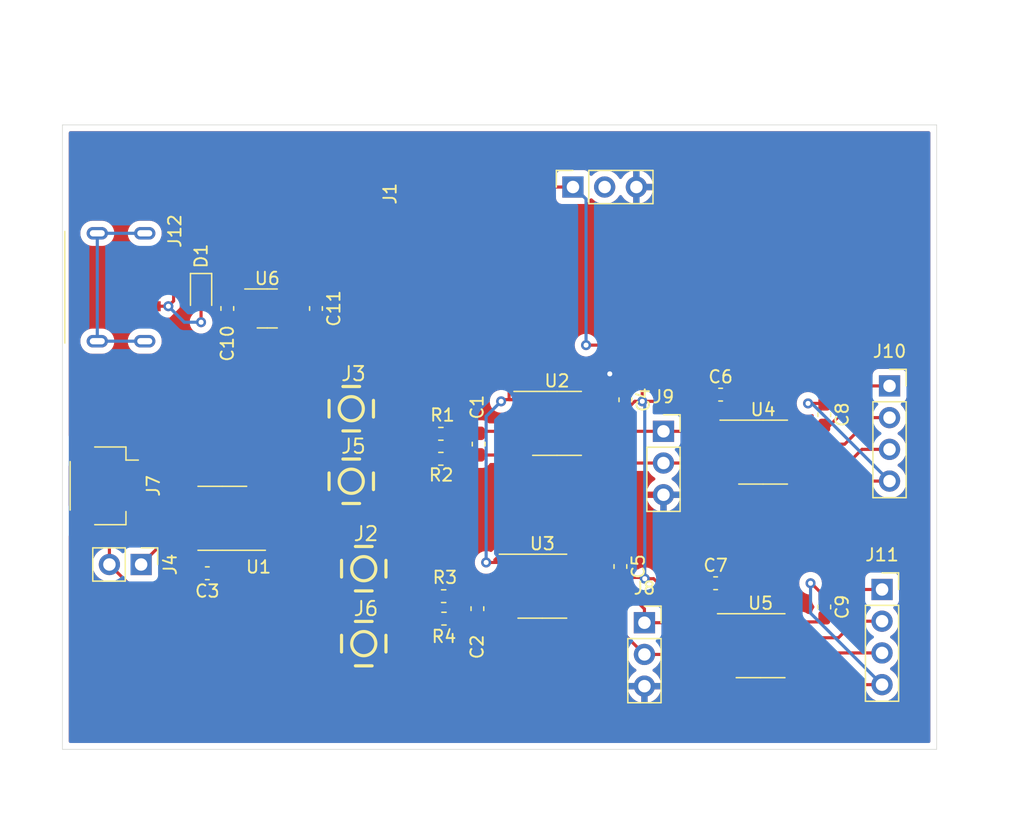
<source format=kicad_pcb>
(kicad_pcb (version 20211014) (generator pcbnew)
  (layers (0 "F.Cu" signal) (31 "B.Cu" signal) (34 "B.Paste" user) (35 "F.Paste" user) (36 "B.SilkS" user "B.Silkscreen") (37 "F.SilkS" user "F.Silkscreen") (38 "B.Mask" user) (39 "F.Mask" user) (44 "Edge.Cuts" user))
  (net 0 "")
  (net 1 "GND")
  (net 2 "+3V3")
  (net 4 "Net-(C1-Pad2)")
  (net 5 "Net-(C1-Pad1)")
  (net 6 "Net-(C2-Pad2)")
  (net 7 "Net-(C2-Pad1)")
  (net 8 "Net-(C3-Pad2)")
  (net 9 "Net-(J4-Pad1)")
  (net 10 "Net-(J2-Pad1)")
  (net 11 "Net-(J5-Pad1)")
  (net 12 "Net-(J3-Pad1)")
  (net 13 "/vref")
  (net 14 "Net-(D1-Pad2)")
  (net 15 "Net-(J8-Pad1)")
  (net 16 "Net-(J8-Pad2)")
  (net 17 "Net-(J9-Pad2)")
  (net 18 "Net-(J10-Pad2)")
  (net 19 "Net-(J10-Pad3)")
  (net 21 "Net-(C8-Pad2)")
  (net 22 "Net-(C9-Pad2)")
  (net 23 "Net-(C10-Pad1)")
  (net 24 "Net-(C8-Pad1)")
  (net 25 "Net-(C9-Pad1)")
  (net 26 "Net-(J6-Pad1)")
  (net 27 "Net-(J7-Pad3)")
  (net 28 "Net-(J7-Pad4)")
  (net 29 "Net-(J9-Pad1)")
  (net 30 "Net-(J11-Pad2)")
  (net 31 "Net-(J11-Pad3)")
  (net 32 "unconnected-(J12-Pad0)")
  (footprint "Capacitor_SMD:C_0603_1608Metric_Pad1.08x0.95mm_HandSolder" (layer "F.Cu") (at 143.324999 75.559999 90)
    (fp_text reference "C1" (at 2.959999 -0.124999 90) (layer "F.SilkS"))
    (fp_text value "100nF")
    (fp_line (start -0.146267 -0.51) (end 0.146267 -0.51) (layer "F.SilkS") (width 0.12))
    (fp_line (start -0.146267 0.51) (end 0.146267 0.51) (layer "F.SilkS") (width 0.12))
    (pad "1" smd roundrect (at -0.8625 0 90) (size 1.075 0.95) (layers "F.Cu" "F.Paste" "F.Mask") (net 5 "Net-(C1-Pad1)"))
    (pad "2" smd roundrect (at 0.8625 0 90) (size 1.075 0.95) (layers "F.Cu" "F.Paste" "F.Mask") (net 4 "Net-(C1-Pad2)"))
  )
  (footprint "Capacitor_SMD:C_0603_1608Metric_Pad1.08x0.95mm_HandSolder" (layer "F.Cu") (at 143.224999 88.734999 90)
    (fp_text reference "C2" (at -3.065001 -0.024999 90) (layer "F.SilkS"))
    (fp_text value "100nF")
    (fp_line (start -0.146267 -0.51) (end 0.146267 -0.51) (layer "F.SilkS") (width 0.12))
    (fp_line (start -0.146267 0.51) (end 0.146267 0.51) (layer "F.SilkS") (width 0.12))
    (pad "1" smd roundrect (at -0.8625 0 90) (size 1.075 0.95) (layers "F.Cu" "F.Paste" "F.Mask") (net 7 "Net-(C2-Pad1)"))
    (pad "2" smd roundrect (at 0.8625 0 90) (size 1.075 0.95) (layers "F.Cu" "F.Paste" "F.Mask") (net 6 "Net-(C2-Pad2)"))
  )
  (footprint "Capacitor_SMD:C_0603_1608Metric_Pad1.08x0.95mm_HandSolder" (layer "F.Cu") (at 155.074999 72.009999 -90)
    (fp_text reference "C4" (at 0 -1.43 -90) (layer "F.SilkS"))
    (fp_text value "100nF")
    (fp_line (start -0.146267 0.51) (end 0.146267 0.51) (layer "F.SilkS") (width 0.12))
    (fp_line (start -0.146267 -0.51) (end 0.146267 -0.51) (layer "F.SilkS") (width 0.12))
    (pad "1" smd roundrect (at -0.8625 0 270) (size 1.075 0.95) (layers "F.Cu" "F.Paste" "F.Mask") (net 1 "GND"))
    (pad "2" smd roundrect (at 0.8625 0 270) (size 1.075 0.95) (layers "F.Cu" "F.Paste" "F.Mask") (net 2 "+3V3"))
  )
  (footprint "Capacitor_SMD:C_0603_1608Metric_Pad1.08x0.95mm_HandSolder" (layer "F.Cu") (at 154.674999 85.359999 -90)
    (fp_text reference "C5" (at 0 -1.43 -90) (layer "F.SilkS"))
    (fp_text value "100nF")
    (fp_line (start -0.146267 -0.51) (end 0.146267 -0.51) (layer "F.SilkS") (width 0.12))
    (fp_line (start -0.146267 0.51) (end 0.146267 0.51) (layer "F.SilkS") (width 0.12))
    (pad "1" smd roundrect (at -0.8625 0 270) (size 1.075 0.95) (layers "F.Cu" "F.Paste" "F.Mask") (net 1 "GND"))
    (pad "2" smd roundrect (at 0.8625 0 270) (size 1.075 0.95) (layers "F.Cu" "F.Paste" "F.Mask") (net 2 "+3V3"))
  )
  (footprint "Connector_PinSocket_2.54mm:PinSocket_1x03_P2.54mm_Vertical" (layer "F.Cu") (at 150.875 54.975 90)
    (fp_text reference "J1" (at -0.534999 -14.645001 90) (layer "F.SilkS"))
    (fp_text value "Conn_01x03_Female")
    (fp_line (start 1.33 -1.33) (end 1.33 0) (layer "F.SilkS") (width 0.12))
    (fp_line (start -1.33 1.27) (end 1.33 1.27) (layer "F.SilkS") (width 0.12))
    (fp_line (start -1.33 6.41) (end 1.33 6.41) (layer "F.SilkS") (width 0.12))
    (fp_line (start -1.33 1.27) (end -1.33 6.41) (layer "F.SilkS") (width 0.12))
    (fp_line (start 0 -1.33) (end 1.33 -1.33) (layer "F.SilkS") (width 0.12))
    (fp_line (start 1.33 1.27) (end 1.33 6.41) (layer "F.SilkS") (width 0.12))
    (pad "1" thru_hole rect locked (at 0 0 90) (size 1.7 1.7) (drill 1) (layers *.Cu *.Mask) (net 2 "+3V3"))
    (pad "2" thru_hole oval locked (at 0 2.54 90) (size 1.7 1.7) (drill 1) (layers *.Cu *.Mask))
    (pad "3" thru_hole oval locked (at 0 5.08 90) (size 1.7 1.7) (drill 1) (layers *.Cu *.Mask) (net 1 "GND"))
  )
  (footprint "Connector_PinSocket_2.54mm:PinSocket_1x03_P2.54mm_Vertical" (layer "F.Cu") (at 156.6 89.86)
    (fp_text reference "J8" (at 0 -2.77) (layer "F.SilkS"))
    (fp_text value "Conn_01x03_Female")
    (fp_line (start 0 -1.33) (end 1.33 -1.33) (layer "F.SilkS") (width 0.12))
    (fp_line (start 1.33 1.27) (end 1.33 6.41) (layer "F.SilkS") (width 0.12))
    (fp_line (start 1.33 -1.33) (end 1.33 0) (layer "F.SilkS") (width 0.12))
    (fp_line (start -1.33 1.27) (end -1.33 6.41) (layer "F.SilkS") (width 0.12))
    (fp_line (start -1.33 1.27) (end 1.33 1.27) (layer "F.SilkS") (width 0.12))
    (fp_line (start -1.33 6.41) (end 1.33 6.41) (layer "F.SilkS") (width 0.12))
    (pad "1" thru_hole rect locked (at 0 0) (size 1.7 1.7) (drill 1) (layers *.Cu *.Mask) (net 15 "Net-(J8-Pad1)"))
    (pad "2" thru_hole oval locked (at 0 2.54) (size 1.7 1.7) (drill 1) (layers *.Cu *.Mask) (net 16 "Net-(J8-Pad2)"))
    (pad "3" thru_hole oval locked (at 0 5.08) (size 1.7 1.7) (drill 1) (layers *.Cu *.Mask) (net 1 "GND"))
  )
  (footprint "Connector_PinSocket_2.54mm:PinSocket_1x03_P2.54mm_Vertical" (layer "F.Cu") (at 158.124999 74.534999)
    (fp_text reference "J9" (at 0 -2.77) (layer "F.SilkS"))
    (fp_text value "Conn_01x03_Female")
    (fp_line (start 1.33 -1.33) (end 1.33 0) (layer "F.SilkS") (width 0.12))
    (fp_line (start -1.33 1.27) (end -1.33 6.41) (layer "F.SilkS") (width 0.12))
    (fp_line (start 1.33 1.27) (end 1.33 6.41) (layer "F.SilkS") (width 0.12))
    (fp_line (start -1.33 1.27) (end 1.33 1.27) (layer "F.SilkS") (width 0.12))
    (fp_line (start 0 -1.33) (end 1.33 -1.33) (layer "F.SilkS") (width 0.12))
    (fp_line (start -1.33 6.41) (end 1.33 6.41) (layer "F.SilkS") (width 0.12))
    (pad "1" thru_hole rect locked (at 0 0) (size 1.7 1.7) (drill 1) (layers *.Cu *.Mask) (net 29 "Net-(J9-Pad1)"))
    (pad "2" thru_hole oval locked (at 0 2.54) (size 1.7 1.7) (drill 1) (layers *.Cu *.Mask) (net 17 "Net-(J9-Pad2)"))
    (pad "3" thru_hole oval locked (at 0 5.08) (size 1.7 1.7) (drill 1) (layers *.Cu *.Mask) (net 1 "GND"))
  )
  (footprint "Resistor_SMD:R_0603_1608Metric_Pad1.05x0.95mm_HandSolder" (layer "F.Cu") (at 140.299999 76.734999 180)
    (fp_text reference "R2" (at -0.025 -1.3) (layer "F.SilkS"))
    (fp_text value "100")
    (fp_line (start -0.171267 -0.51) (end 0.171267 -0.51) (layer "F.SilkS") (width 0.12))
    (fp_line (start -0.171267 0.51) (end 0.171267 0.51) (layer "F.SilkS") (width 0.12))
    (pad "1" smd roundrect locked (at -0.875 0 180) (size 1.05 0.95) (layers "F.Cu" "F.Paste" "F.Mask") (net 5 "Net-(C1-Pad1)"))
    (pad "2" smd roundrect locked (at 0.875 0 180) (size 1.05 0.95) (layers "F.Cu" "F.Paste" "F.Mask") (net 11 "Net-(J5-Pad1)"))
  )
  (footprint "Resistor_SMD:R_0603_1608Metric_Pad1.05x0.95mm_HandSolder" (layer "F.Cu") (at 140.524999 87.734999 180)
    (fp_text reference "R3" (at -0.1 1.5) (layer "F.SilkS"))
    (fp_text value "100")
    (fp_line (start -0.171267 0.51) (end 0.171267 0.51) (layer "F.SilkS") (width 0.12))
    (fp_line (start -0.171267 -0.51) (end 0.171267 -0.51) (layer "F.SilkS") (width 0.12))
    (pad "1" smd roundrect locked (at -0.875 0 180) (size 1.05 0.95) (layers "F.Cu" "F.Paste" "F.Mask") (net 6 "Net-(C2-Pad2)"))
    (pad "2" smd roundrect locked (at 0.875 0 180) (size 1.05 0.95) (layers "F.Cu" "F.Paste" "F.Mask") (net 10 "Net-(J2-Pad1)"))
  )
  (footprint "Resistor_SMD:R_0603_1608Metric_Pad1.05x0.95mm_HandSolder" (layer "F.Cu") (at 140.549999 89.534999 180)
    (fp_text reference "R4" (at 0 -1.43) (layer "F.SilkS"))
    (fp_text value "100")
    (fp_line (start -0.171267 -0.51) (end 0.171267 -0.51) (layer "F.SilkS") (width 0.12))
    (fp_line (start -0.171267 0.51) (end 0.171267 0.51) (layer "F.SilkS") (width 0.12))
    (pad "1" smd roundrect locked (at -0.875 0 180) (size 1.05 0.95) (layers "F.Cu" "F.Paste" "F.Mask") (net 7 "Net-(C2-Pad1)"))
    (pad "2" smd roundrect locked (at 0.875 0 180) (size 1.05 0.95) (layers "F.Cu" "F.Paste" "F.Mask") (net 26 "Net-(J6-Pad1)"))
  )
  (footprint "Package_SO:SOP-8_3.9x4.9mm_P1.27mm" (layer "F.Cu") (at 149.599999 73.899999)
    (fp_text reference "U2" (at 0 -3.4) (layer "F.SilkS"))
    (fp_text value "HX710B")
    (fp_line (start 0 -2.56) (end 1.95 -2.56) (layer "F.SilkS") (width 0.12))
    (fp_line (start 0 2.56) (end 1.95 2.56) (layer "F.SilkS") (width 0.12))
    (fp_line (start 0 -2.56) (end -3.45 -2.56) (layer "F.SilkS") (width 0.12))
    (fp_line (start 0 2.56) (end -1.95 2.56) (layer "F.SilkS") (width 0.12))
    (pad "1" smd roundrect locked (at -2.625 -1.905) (size 1.65 0.6) (layers "F.Cu" "F.Paste" "F.Mask") (net 13 "/vref"))
    (pad "2" smd roundrect locked (at -2.625 -0.635) (size 1.65 0.6) (layers "F.Cu" "F.Paste" "F.Mask") (net 1 "GND"))
    (pad "3" smd roundrect locked (at -2.625 0.635) (size 1.65 0.6) (layers "F.Cu" "F.Paste" "F.Mask") (net 4 "Net-(C1-Pad2)"))
    (pad "4" smd roundrect locked (at -2.625 1.905) (size 1.65 0.6) (layers "F.Cu" "F.Paste" "F.Mask") (net 5 "Net-(C1-Pad1)"))
    (pad "5" smd roundrect locked (at 2.625 1.905) (size 1.65 0.6) (layers "F.Cu" "F.Paste" "F.Mask") (net 17 "Net-(J9-Pad2)"))
    (pad "6" smd roundrect locked (at 2.625 0.635) (size 1.65 0.6) (layers "F.Cu" "F.Paste" "F.Mask") (net 29 "Net-(J9-Pad1)"))
    (pad "7" smd roundrect locked (at 2.625 -0.635) (size 1.65 0.6) (layers "F.Cu" "F.Paste" "F.Mask") (net 2 "+3V3"))
    (pad "8" smd roundrect locked (at 2.625 -1.905) (size 1.65 0.6) (layers "F.Cu" "F.Paste" "F.Mask") (net 13 "/vref"))
  )
  (footprint "Package_SO:SOP-8_3.9x4.9mm_P1.27mm" (layer "F.Cu") (at 148.424999 86.934999)
    (fp_text reference "U3" (at 0 -3.4) (layer "F.SilkS"))
    (fp_text value "HX710C")
    (fp_line (start 0 2.56) (end -1.95 2.56) (layer "F.SilkS") (width 0.12))
    (fp_line (start 0 -2.56) (end -3.45 -2.56) (layer "F.SilkS") (width 0.12))
    (fp_line (start 0 -2.56) (end 1.95 -2.56) (layer "F.SilkS") (width 0.12))
    (fp_line (start 0 2.56) (end 1.95 2.56) (layer "F.SilkS") (width 0.12))
    (pad "1" smd roundrect locked (at -2.625 -1.905) (size 1.65 0.6) (layers "F.Cu" "F.Paste" "F.Mask") (net 13 "/vref"))
    (pad "2" smd roundrect locked (at -2.625 -0.635) (size 1.65 0.6) (layers "F.Cu" "F.Paste" "F.Mask") (net 1 "GND"))
    (pad "3" smd roundrect locked (at -2.625 0.635) (size 1.65 0.6) (layers "F.Cu" "F.Paste" "F.Mask") (net 6 "Net-(C2-Pad2)"))
    (pad "4" smd roundrect locked (at -2.625 1.905) (size 1.65 0.6) (layers "F.Cu" "F.Paste" "F.Mask") (net 7 "Net-(C2-Pad1)"))
    (pad "5" smd roundrect locked (at 2.625 1.905) (size 1.65 0.6) (layers "F.Cu" "F.Paste" "F.Mask") (net 16 "Net-(J8-Pad2)"))
    (pad "6" smd roundrect locked (at 2.625 0.635) (size 1.65 0.6) (layers "F.Cu" "F.Paste" "F.Mask") (net 15 "Net-(J8-Pad1)"))
    (pad "7" smd roundrect locked (at 2.625 -0.635) (size 1.65 0.6) (layers "F.Cu" "F.Paste" "F.Mask") (net 2 "+3V3"))
    (pad "8" smd roundrect locked (at 2.625 -1.905) (size 1.65 0.6) (layers "F.Cu" "F.Paste" "F.Mask") (net 13 "/vref"))
  )
  (footprint "Resistor_SMD:R_0603_1608Metric_Pad1.05x0.95mm_HandSolder" (layer "F.Cu") (at 140.299999 74.734999 180)
    (fp_text reference "R1" (at -0.125 1.5) (layer "F.SilkS"))
    (fp_text value "100")
    (fp_line (start -0.171267 -0.51) (end 0.171267 -0.51) (layer "F.SilkS") (width 0.12))
    (fp_line (start -0.171267 0.51) (end 0.171267 0.51) (layer "F.SilkS") (width 0.12))
    (pad "1" smd roundrect locked (at -0.875 0 180) (size 1.05 0.95) (layers "F.Cu" "F.Paste" "F.Mask") (net 4 "Net-(C1-Pad2)"))
    (pad "2" smd roundrect locked (at 0.875 0 180) (size 1.05 0.95) (layers "F.Cu" "F.Paste" "F.Mask") (net 12 "Net-(J3-Pad1)"))
  )
  (footprint "Capacitor_SMD:C_0603_1608Metric_Pad1.08x0.95mm_HandSolder" (layer "F.Cu") (at 162.3 86.7)
    (fp_text reference "C7" (at 0 -1.43) (layer "F.SilkS"))
    (fp_text value "100nF")
    (fp_line (start -0.146267 -0.51) (end 0.146267 -0.51) (layer "F.SilkS") (width 0.12))
    (fp_line (start -0.146267 0.51) (end 0.146267 0.51) (layer "F.SilkS") (width 0.12))
    (pad "1" smd roundrect (at -0.8625 0) (size 1.075 0.95) (layers "F.Cu" "F.Paste" "F.Mask") (net 1 "GND"))
    (pad "2" smd roundrect (at 0.8625 0) (size 1.075 0.95) (layers "F.Cu" "F.Paste" "F.Mask") (net 2 "+3V3"))
  )
  (footprint "0my_footprints6:my_HRO-TYPE-C-31-M-17" (layer "F.Cu") (at 117.57 63 -90)
    (fp_text reference "J12" (at -4.5 -1.43 90) (layer "F.SilkS"))
    (fp_text value "USB-C")
    (fp_line (start 4.47 7.38) (end -4.47 7.38) (layer "F.SilkS") (width 0.12))
    (pad "0" thru_hole oval (at 4.32 4.78 270) (size 1 1.7) (drill oval 0.5 1.2) (layers *.Cu *.Mask) (net 32 "unconnected-(J12-Pad0)"))
    (pad "0" thru_hole oval (at 4.32 0.98 270) (size 1 1.7) (drill oval 0.5 1.2) (layers *.Cu *.Mask) (net 32 "unconnected-(J12-Pad0)"))
    (pad "0" thru_hole oval (at -4.32 4.78 270) (size 1 1.7) (drill oval 0.5 1.2) (layers *.Cu *.Mask) (net 32 "unconnected-(J12-Pad0)"))
    (pad "0" thru_hole oval (at -4.32 0.98 270) (size 1 1.7) (drill oval 0.5 1.2) (layers *.Cu *.Mask) (net 32 "unconnected-(J12-Pad0)"))
    (pad "A5" smd rect (at -0.5 0.5 270) (size 0.8 1.6) (layers "F.Cu" "F.Paste" "F.Mask"))
    (pad "A9" smd rect (at 1.52 0.5 270) (size 0.8 1.6) (layers "F.Cu" "F.Paste" "F.Mask") (net 14 "Net-(D1-Pad2)"))
    (pad "A12" smd rect (at 2.75 0.5 270) (size 0.9 1.6) (layers "F.Cu" "F.Paste" "F.Mask") (net 1 "GND"))
    (pad "B5" smd rect (at 0.5 0.5 270) (size 0.8 1.6) (layers "F.Cu" "F.Paste" "F.Mask"))
    (pad "B9" smd rect (at -1.52 0.5 270) (size 0.8 1.6) (layers "F.Cu" "F.Paste" "F.Mask") (net 14 "Net-(D1-Pad2)"))
    (pad "B12" smd rect (at -2.75 0.5 270) (size 0.9 1.6) (layers "F.Cu" "F.Paste" "F.Mask") (net 1 "GND"))
  )
  (footprint "0my_footprints6:MMCX-SMD_KH-MMCX-KE-STM" (layer "F.Cu") (at 133.124999 72.724999)
    (fp_text reference "J3" (at -0.9 -2.8) (layer "F.SilkS") (effects (font (size 1.143 1.143) (thickness 0.152)) (justify left)))
    (fp_text value "MMCX-KE-STM" hide)
    (fp_line (start 0.669 -1.778) (end -0.669 -1.778) (layer "F.SilkS") (width 0.254))
    (fp_line (start -0.669 1.778) (end 0.669 1.778) (layer "F.SilkS") (width 0.254))
    (fp_line (start -1.778 -0.669) (end -1.778 0.669) (layer "F.SilkS") (width 0.254))
    (fp_line (start 1.778 0.669) (end 1.778 -0.669) (layer "F.SilkS") (width 0.254))
    (fp_circle (center 0 0) (end 0.967 0) (layer "F.SilkS") (width 0.254) (fill none))
    (pad "1" smd circle locked (at 0 0) (size 1 1) (layers "F.Cu" "F.Paste" "F.Mask") (net 12 "Net-(J3-Pad1)"))
    (pad "2" smd rect locked (at -1.4 1.4) (size 1 1) (layers "F.Cu" "F.Paste" "F.Mask") (net 1 "GND"))
    (pad "2" smd rect locked (at 1.4 -1.4) (size 1 1) (layers "F.Cu" "F.Paste" "F.Mask") (net 1 "GND"))
    (pad "2" smd rect locked (at -1.4 -1.4) (size 1 1) (layers "F.Cu" "F.Paste" "F.Mask") (net 1 "GND"))
    (pad "2" smd rect locked (at 1.4 1.4) (size 1 1) (layers "F.Cu" "F.Paste" "F.Mask") (net 1 "GND"))
  )
  (footprint "Connector_PinSocket_2.54mm:PinSocket_1x04_P2.54mm_Vertical" (layer "F.Cu") (at 175.625 87.2)
    (fp_text reference "J11" (at 0 -2.77) (layer "F.SilkS"))
    (fp_text value "Conn_01x04_Female")
    (fp_line (start 1.33 1.27) (end 1.33 8.95) (layer "F.SilkS") (width 0.12))
    (fp_line (start -1.33 1.27) (end 1.33 1.27) (layer "F.SilkS") (width 0.12))
    (fp_line (start -1.33 8.95) (end 1.33 8.95) (layer "F.SilkS") (width 0.12))
    (fp_line (start -1.33 1.27) (end -1.33 8.95) (layer "F.SilkS") (width 0.12))
    (fp_line (start 0 -1.33) (end 1.33 -1.33) (layer "F.SilkS") (width 0.12))
    (fp_line (start 1.33 -1.33) (end 1.33 0) (layer "F.SilkS") (width 0.12))
    (pad "1" thru_hole rect (at 0 0) (size 1.7 1.7) (drill 1) (layers *.Cu *.Mask) (net 22 "Net-(C9-Pad2)"))
    (pad "2" thru_hole oval (at 0 2.54) (size 1.7 1.7) (drill 1) (layers *.Cu *.Mask) (net 30 "Net-(J11-Pad2)"))
    (pad "3" thru_hole oval (at 0 5.08) (size 1.7 1.7) (drill 1) (layers *.Cu *.Mask) (net 31 "Net-(J11-Pad3)"))
    (pad "4" thru_hole oval (at 0 7.62) (size 1.7 1.7) (drill 1) (layers *.Cu *.Mask) (net 25 "Net-(C9-Pad1)"))
  )
  (footprint "Capacitor_SMD:C_0603_1608Metric_Pad1.08x0.95mm_HandSolder" (layer "F.Cu") (at 162.7 71.6)
    (fp_text reference "C6" (at 0 -1.43) (layer "F.SilkS"))
    (fp_text value "100nF")
    (fp_line (start -0.146267 0.51) (end 0.146267 0.51) (layer "F.SilkS") (width 0.12))
    (fp_line (start -0.146267 -0.51) (end 0.146267 -0.51) (layer "F.SilkS") (width 0.12))
    (pad "1" smd roundrect (at -0.8625 0) (size 1.075 0.95) (layers "F.Cu" "F.Paste" "F.Mask") (net 1 "GND"))
    (pad "2" smd roundrect (at 0.8625 0) (size 1.075 0.95) (layers "F.Cu" "F.Paste" "F.Mask") (net 2 "+3V3"))
  )
  (footprint "Diode_SMD:D_SOD-323" (layer "F.Cu") (at 121.1 63.4 -90)
    (fp_text reference "D1" (at -2.9 0 90) (layer "F.SilkS"))
    (fp_text value "LBAT54HT1G")
    (fp_line (start -1.5 -0.85) (end -1.5 0.85) (layer "F.SilkS") (width 0.12))
    (fp_line (start -1.5 0.85) (end 1.05 0.85) (layer "F.SilkS") (width 0.12))
    (fp_line (start -1.5 -0.85) (end 1.05 -0.85) (layer "F.SilkS") (width 0.12))
    (pad "1" smd rect (at -1.05 0 270) (size 0.6 0.45) (layers "F.Cu" "F.Paste" "F.Mask") (net 23 "Net-(C10-Pad1)"))
    (pad "2" smd rect (at 1.05 0 270) (size 0.6 0.45) (layers "F.Cu" "F.Paste" "F.Mask") (net 14 "Net-(D1-Pad2)"))
  )
  (footprint "Connector_PinHeader_2.54mm:PinHeader_1x02_P2.54mm_Vertical" (layer "F.Cu") (at 116.3 85.2 -90)
    (fp_text reference "J4" (at 0 -2.33 90) (layer "F.SilkS"))
    (fp_text value "Conn_01x02_Male_2.54mm")
    (fp_line (start 1.33 1.27) (end 1.33 3.87) (layer "F.SilkS") (width 0.12))
    (fp_line (start -1.33 3.87) (end 1.33 3.87) (layer "F.SilkS") (width 0.12))
    (fp_line (start -1.33 1.27) (end 1.33 1.27) (layer "F.SilkS") (width 0.12))
    (fp_line (start -1.33 1.27) (end -1.33 3.87) (layer "F.SilkS") (width 0.12))
    (fp_line (start -1.33 -1.33) (end 0 -1.33) (layer "F.SilkS") (width 0.12))
    (fp_line (start -1.33 0) (end -1.33 -1.33) (layer "F.SilkS") (width 0.12))
    (pad "1" thru_hole rect (at 0 0 270) (size 1.7 1.7) (drill 1) (layers *.Cu *.Mask) (net 9 "Net-(J4-Pad1)"))
    (pad "2" thru_hole oval (at 0 2.54 270) (size 1.7 1.7) (drill 1) (layers *.Cu *.Mask) (net 8 "Net-(C3-Pad2)"))
  )
  (footprint "Package_SO:SOIC-8_3.9x4.9mm_P1.27mm" (layer "F.Cu") (at 165.9 91.7)
    (fp_text reference "U5" (at 0 -3.4) (layer "F.SilkS"))
    (fp_text value "2PAI_pi121M31")
    (fp_line (start 0 -2.56) (end 1.95 -2.56) (layer "F.SilkS") (width 0.12))
    (fp_line (start 0 2.56) (end -1.95 2.56) (layer "F.SilkS") (width 0.12))
    (fp_line (start 0 2.56) (end 1.95 2.56) (layer "F.SilkS") (width 0.12))
    (fp_line (start 0 -2.56) (end -3.45 -2.56) (layer "F.SilkS") (width 0.12))
    (pad "1" smd roundrect (at -2.475 -1.905) (size 1.95 0.6) (layers "F.Cu" "F.Paste" "F.Mask") (net 2 "+3V3"))
    (pad "2" smd roundrect (at -2.475 -0.635) (size 1.95 0.6) (layers "F.Cu" "F.Paste" "F.Mask") (net 15 "Net-(J8-Pad1)"))
    (pad "3" smd roundrect (at -2.475 0.635) (size 1.95 0.6) (layers "F.Cu" "F.Paste" "F.Mask") (net 16 "Net-(J8-Pad2)"))
    (pad "4" smd roundrect (at -2.475 1.905) (size 1.95 0.6) (layers "F.Cu" "F.Paste" "F.Mask") (net 1 "GND"))
    (pad "5" smd roundrect (at 2.475 1.905) (size 1.95 0.6) (layers "F.Cu" "F.Paste" "F.Mask") (net 25 "Net-(C9-Pad1)"))
    (pad "6" smd roundrect (at 2.475 0.635) (size 1.95 0.6) (layers "F.Cu" "F.Paste" "F.Mask") (net 31 "Net-(J11-Pad3)"))
    (pad "7" smd roundrect (at 2.475 -0.635) (size 1.95 0.6) (layers "F.Cu" "F.Paste" "F.Mask") (net 30 "Net-(J11-Pad2)"))
    (pad "8" smd roundrect (at 2.475 -1.905) (size 1.95 0.6) (layers "F.Cu" "F.Paste" "F.Mask") (net 22 "Net-(C9-Pad2)"))
  )
  (footprint "Capacitor_SMD:C_0603_1608Metric_Pad1.08x0.95mm_HandSolder" (layer "F.Cu") (at 121.6 85.9 180)
    (fp_text reference "C3" (at 0 -1.43) (layer "F.SilkS"))
    (fp_text value "100nF")
    (fp_line (start -0.146267 -0.51) (end 0.146267 -0.51) (layer "F.SilkS") (width 0.12))
    (fp_line (start -0.146267 0.51) (end 0.146267 0.51) (layer "F.SilkS") (width 0.12))
    (pad "1" smd roundrect (at -0.8625 0 180) (size 1.075 0.95) (layers "F.Cu" "F.Paste" "F.Mask") (net 1 "GND"))
    (pad "2" smd roundrect (at 0.8625 0 180) (size 1.075 0.95) (layers "F.Cu" "F.Paste" "F.Mask") (net 8 "Net-(C3-Pad2)"))
  )
  (footprint "Package_SO:SOIC-8_3.9x4.9mm_P1.27mm" (layer "F.Cu") (at 166.1 76.2)
    (fp_text reference "U4" (at 0 -3.4) (layer "F.SilkS"))
    (fp_text value "2PAI_pi121M31")
    (fp_line (start 0 2.56) (end -1.95 2.56) (layer "F.SilkS") (width 0.12))
    (fp_line (start 0 -2.56) (end 1.95 -2.56) (layer "F.SilkS") (width 0.12))
    (fp_line (start 0 2.56) (end 1.95 2.56) (layer "F.SilkS") (width 0.12))
    (fp_line (start 0 -2.56) (end -3.45 -2.56) (layer "F.SilkS") (width 0.12))
    (pad "1" smd roundrect (at -2.475 -1.905) (size 1.95 0.6) (layers "F.Cu" "F.Paste" "F.Mask") (net 2 "+3V3"))
    (pad "2" smd roundrect (at -2.475 -0.635) (size 1.95 0.6) (layers "F.Cu" "F.Paste" "F.Mask") (net 29 "Net-(J9-Pad1)"))
    (pad "3" smd roundrect (at -2.475 0.635) (size 1.95 0.6) (layers "F.Cu" "F.Paste" "F.Mask") (net 17 "Net-(J9-Pad2)"))
    (pad "4" smd roundrect (at -2.475 1.905) (size 1.95 0.6) (layers "F.Cu" "F.Paste" "F.Mask") (net 1 "GND"))
    (pad "5" smd roundrect (at 2.475 1.905) (size 1.95 0.6) (layers "F.Cu" "F.Paste" "F.Mask") (net 24 "Net-(C8-Pad1)"))
    (pad "6" smd roundrect (at 2.475 0.635) (size 1.95 0.6) (layers "F.Cu" "F.Paste" "F.Mask") (net 19 "Net-(J10-Pad3)"))
    (pad "7" smd roundrect (at 2.475 -0.635) (size 1.95 0.6) (layers "F.Cu" "F.Paste" "F.Mask") (net 18 "Net-(J10-Pad2)"))
    (pad "8" smd roundrect (at 2.475 -1.905) (size 1.95 0.6) (layers "F.Cu" "F.Paste" "F.Mask") (net 21 "Net-(C8-Pad2)"))
  )
  (footprint "Package_SO:SOIC-8_3.9x4.9mm_P1.27mm" (layer "F.Cu") (at 122.8 81.5 180)
    (fp_text reference "U1" (at -2.9 -3.9) (layer "F.SilkS"))
    (fp_text value "FM24C64C")
    (fp_line (start 0 2.56) (end 1.95 2.56) (layer "F.SilkS") (width 0.12))
    (fp_line (start 0 -2.56) (end -3.45 -2.56) (layer "F.SilkS") (width 0.12))
    (fp_line (start 0 -2.56) (end 1.95 -2.56) (layer "F.SilkS") (width 0.12))
    (fp_line (start 0 2.56) (end -1.95 2.56) (layer "F.SilkS") (width 0.12))
    (pad "1" smd roundrect (at -2.475 -1.905 180) (size 1.95 0.6) (layers "F.Cu" "F.Paste" "F.Mask") (net 1 "GND"))
    (pad "2" smd roundrect (at -2.475 -0.635 180) (size 1.95 0.6) (layers "F.Cu" "F.Paste" "F.Mask") (net 1 "GND"))
    (pad "3" smd roundrect (at -2.475 0.635 180) (size 1.95 0.6) (layers "F.Cu" "F.Paste" "F.Mask") (net 1 "GND"))
    (pad "4" smd roundrect (at -2.475 1.905 180) (size 1.95 0.6) (layers "F.Cu" "F.Paste" "F.Mask") (net 1 "GND"))
    (pad "5" smd roundrect (at 2.475 1.905 180) (size 1.95 0.6) (layers "F.Cu" "F.Paste" "F.Mask") (net 27 "Net-(J7-Pad3)"))
    (pad "6" smd roundrect (at 2.475 0.635 180) (size 1.95 0.6) (layers "F.Cu" "F.Paste" "F.Mask") (net 28 "Net-(J7-Pad4)"))
    (pad "7" smd roundrect (at 2.475 -0.635 180) (size 1.95 0.6) (layers "F.Cu" "F.Paste" "F.Mask") (net 9 "Net-(J4-Pad1)"))
    (pad "8" smd roundrect (at 2.475 -1.905 180) (size 1.95 0.6) (layers "F.Cu" "F.Paste" "F.Mask") (net 8 "Net-(C3-Pad2)"))
  )
  (footprint "Capacitor_SMD:C_0603_1608Metric_Pad1.08x0.95mm_HandSolder" (layer "F.Cu") (at 123.2 64.7 -90)
    (fp_text reference "C10" (at 2.8 0 90) (layer "F.SilkS"))
    (fp_text value "100nF")
    (fp_line (start -0.146267 -0.51) (end 0.146267 -0.51) (layer "F.SilkS") (width 0.12))
    (fp_line (start -0.146267 0.51) (end 0.146267 0.51) (layer "F.SilkS") (width 0.12))
    (pad "1" smd roundrect (at -0.8625 0 270) (size 1.075 0.95) (layers "F.Cu" "F.Paste" "F.Mask") (net 23 "Net-(C10-Pad1)"))
    (pad "2" smd roundrect (at 0.8625 0 270) (size 1.075 0.95) (layers "F.Cu" "F.Paste" "F.Mask") (net 1 "GND"))
  )
  (footprint "0my_footprints6:MMCX-SMD_KH-MMCX-KE-STM" (layer "F.Cu") (at 133.124999 78.534999)
    (fp_text reference "J5" (at -0.9 -2.8) (layer "F.SilkS") (effects (font (size 1.143 1.143) (thickness 0.152)) (justify left)))
    (fp_text value "MMCX-KE-STM" hide)
    (fp_line (start -1.778 -0.669) (end -1.778 0.669) (layer "F.SilkS") (width 0.254))
    (fp_line (start 0.669 -1.778) (end -0.669 -1.778) (layer "F.SilkS") (width 0.254))
    (fp_line (start -0.669 1.778) (end 0.669 1.778) (layer "F.SilkS") (width 0.254))
    (fp_line (start 1.778 0.669) (end 1.778 -0.669) (layer "F.SilkS") (width 0.254))
    (fp_circle (center 0 0) (end 0.967 0) (layer "F.SilkS") (width 0.254) (fill none))
    (pad "1" smd circle locked (at 0 0) (size 1 1) (layers "F.Cu" "F.Paste" "F.Mask") (net 11 "Net-(J5-Pad1)"))
    (pad "2" smd rect locked (at -1.4 -1.4) (size 1 1) (layers "F.Cu" "F.Paste" "F.Mask") (net 1 "GND"))
    (pad "2" smd rect locked (at 1.4 -1.4) (size 1 1) (layers "F.Cu" "F.Paste" "F.Mask") (net 1 "GND"))
    (pad "2" smd rect locked (at 1.4 1.4) (size 1 1) (layers "F.Cu" "F.Paste" "F.Mask") (net 1 "GND"))
    (pad "2" smd rect locked (at -1.4 1.4) (size 1 1) (layers "F.Cu" "F.Paste" "F.Mask") (net 1 "GND"))
  )
  (footprint "Capacitor_SMD:C_0603_1608Metric_Pad1.08x0.95mm_HandSolder" (layer "F.Cu") (at 171 73.2 -90)
    (fp_text reference "C8" (at 0 -1.43 90) (layer "F.SilkS"))
    (fp_text value "100nF")
    (fp_line (start -0.146267 -0.51) (end 0.146267 -0.51) (layer "F.SilkS") (width 0.12))
    (fp_line (start -0.146267 0.51) (end 0.146267 0.51) (layer "F.SilkS") (width 0.12))
    (pad "1" smd roundrect (at -0.8625 0 270) (size 1.075 0.95) (layers "F.Cu" "F.Paste" "F.Mask") (net 24 "Net-(C8-Pad1)"))
    (pad "2" smd roundrect (at 0.8625 0 270) (size 1.075 0.95) (layers "F.Cu" "F.Paste" "F.Mask") (net 21 "Net-(C8-Pad2)"))
  )
  (footprint "Capacitor_SMD:C_0603_1608Metric_Pad1.08x0.95mm_HandSolder" (layer "F.Cu") (at 130.3 64.7 -90)
    (fp_text reference "C11" (at 0 -1.43 90) (layer "F.SilkS"))
    (fp_text value "100nF")
    (fp_line (start -0.146267 0.51) (end 0.146267 0.51) (layer "F.SilkS") (width 0.12))
    (fp_line (start -0.146267 -0.51) (end 0.146267 -0.51) (layer "F.SilkS") (width 0.12))
    (pad "1" smd roundrect (at -0.8625 0 270) (size 1.075 0.95) (layers "F.Cu" "F.Paste" "F.Mask") (net 2 "+3V3"))
    (pad "2" smd roundrect (at 0.8625 0 270) (size 1.075 0.95) (layers "F.Cu" "F.Paste" "F.Mask") (net 1 "GND"))
  )
  (footprint "Connector_JST:JST_SH_SM04B-SRSS-TB_1x04-1MP_P1.00mm_Horizontal" (layer "F.Cu") (at 113.3 78.9 -90)
    (fp_text reference "J7" (at 0 -3.98 90) (layer "F.SilkS"))
    (fp_text value "JST_SH_Conn_01x04_i2c_horizontal")
    (fp_line (start -3.11 0.715) (end -3.11 -1.785) (layer "F.SilkS") (width 0.12))
    (fp_line (start -1.94 2.685) (end 1.94 2.685) (layer "F.SilkS") (width 0.12))
    (fp_line (start -3.11 -1.785) (end -2.06 -1.785) (layer "F.SilkS") (width 0.12))
    (fp_line (start -2.06 -1.785) (end -2.06 -2.775) (layer "F.SilkS") (width 0.12))
    (fp_line (start 3.11 -1.785) (end 2.06 -1.785) (layer "F.SilkS") (width 0.12))
    (fp_line (start 3.11 0.715) (end 3.11 -1.785) (layer "F.SilkS") (width 0.12))
    (pad "1" smd roundrect (at -1.5 -2 270) (size 0.6 1.55) (layers "F.Cu" "F.Paste" "F.Mask") (net 1 "GND"))
    (pad "2" smd roundrect (at -0.5 -2 270) (size 0.6 1.55) (layers "F.Cu" "F.Paste" "F.Mask") (net 8 "Net-(C3-Pad2)"))
    (pad "3" smd roundrect (at 0.5 -2 270) (size 0.6 1.55) (layers "F.Cu" "F.Paste" "F.Mask") (net 27 "Net-(J7-Pad3)"))
    (pad "4" smd roundrect (at 1.5 -2 270) (size 0.6 1.55) (layers "F.Cu" "F.Paste" "F.Mask") (net 28 "Net-(J7-Pad4)"))
    (pad "MP" smd roundrect (at -2.8 1.875 270) (size 1.2 1.8) (layers "F.Cu" "F.Paste" "F.Mask") (roundrect_rratio 0.2083333333))
    (pad "MP" smd roundrect (at 2.8 1.875 270) (size 1.2 1.8) (layers "F.Cu" "F.Paste" "F.Mask") (roundrect_rratio 0.2083333333))
  )
  (footprint "Connector_PinSocket_2.54mm:PinSocket_1x04_P2.54mm_Vertical" (layer "F.Cu") (at 176.225 70.9)
    (fp_text reference "J10" (at 0 -2.77) (layer "F.SilkS"))
    (fp_text value "Conn_01x04_Female")
    (fp_line (start -1.33 1.27) (end 1.33 1.27) (layer "F.SilkS") (width 0.12))
    (fp_line (start 1.33 -1.33) (end 1.33 0) (layer "F.SilkS") (width 0.12))
    (fp_line (start 1.33 1.27) (end 1.33 8.95) (layer "F.SilkS") (width 0.12))
    (fp_line (start -1.33 1.27) (end -1.33 8.95) (layer "F.SilkS") (width 0.12))
    (fp_line (start -1.33 8.95) (end 1.33 8.95) (layer "F.SilkS") (width 0.12))
    (fp_line (start 0 -1.33) (end 1.33 -1.33) (layer "F.SilkS") (width 0.12))
    (pad "1" thru_hole rect (at 0 0) (size 1.7 1.7) (drill 1) (layers *.Cu *.Mask) (net 21 "Net-(C8-Pad2)"))
    (pad "2" thru_hole oval (at 0 2.54) (size 1.7 1.7) (drill 1) (layers *.Cu *.Mask) (net 18 "Net-(J10-Pad2)"))
    (pad "3" thru_hole oval (at 0 5.08) (size 1.7 1.7) (drill 1) (layers *.Cu *.Mask) (net 19 "Net-(J10-Pad3)"))
    (pad "4" thru_hole oval (at 0 7.62) (size 1.7 1.7) (drill 1) (layers *.Cu *.Mask) (net 24 "Net-(C8-Pad1)"))
  )
  (footprint "0my_footprints6:MMCX-SMD_KH-MMCX-KE-STM" (layer "F.Cu") (at 134.124999 91.534999)
    (fp_text reference "J6" (at -0.9 -2.8) (layer "F.SilkS") (effects (font (size 1.143 1.143) (thickness 0.152)) (justify left)))
    (fp_text value "MMCX-KE-STM" hide)
    (fp_line (start -1.778 -0.669) (end -1.778 0.669) (layer "F.SilkS") (width 0.254))
    (fp_line (start 0.669 -1.778) (end -0.669 -1.778) (layer "F.SilkS") (width 0.254))
    (fp_line (start -0.669 1.778) (end 0.669 1.778) (layer "F.SilkS") (width 0.254))
    (fp_line (start 1.778 0.669) (end 1.778 -0.669) (layer "F.SilkS") (width 0.254))
    (fp_circle (center 0 0) (end 0.967 0) (layer "F.SilkS") (width 0.254) (fill none))
    (pad "1" smd circle locked (at 0 0) (size 1 1) (layers "F.Cu" "F.Paste" "F.Mask") (net 26 "Net-(J6-Pad1)"))
    (pad "2" smd rect locked (at -1.4 1.4) (size 1 1) (layers "F.Cu" "F.Paste" "F.Mask") (net 1 "GND"))
    (pad "2" smd rect locked (at -1.4 -1.4) (size 1 1) (layers "F.Cu" "F.Paste" "F.Mask") (net 1 "GND"))
    (pad "2" smd rect locked (at 1.4 1.4) (size 1 1) (layers "F.Cu" "F.Paste" "F.Mask") (net 1 "GND"))
    (pad "2" smd rect locked (at 1.4 -1.4) (size 1 1) (layers "F.Cu" "F.Paste" "F.Mask") (net 1 "GND"))
  )
  (footprint "Package_TO_SOT_SMD:SOT-23-5" (layer "F.Cu") (at 126.4 64.7)
    (fp_text reference "U6" (at 0 -2.4) (layer "F.SilkS"))
    (fp_text value "LP5907MFX-3.3")
    (fp_line (start 0 1.56) (end 0.8 1.56) (layer "F.SilkS") (width 0.12))
    (fp_line (start 0 1.56) (end -0.8 1.56) (layer "F.SilkS") (width 0.12))
    (fp_line (start 0 -1.56) (end 0.8 -1.56) (layer "F.SilkS") (width 0.12))
    (fp_line (start 0 -1.56) (end -1.8 -1.56) (layer "F.SilkS") (width 0.12))
    (pad "1" smd roundrect (at -1.1375 -0.95) (size 1.325 0.6) (layers "F.Cu" "F.Paste" "F.Mask") (net 23 "Net-(C10-Pad1)"))
    (pad "2" smd roundrect (at -1.1375 0) (size 1.325 0.6) (layers "F.Cu" "F.Paste" "F.Mask") (net 1 "GND"))
    (pad "3" smd roundrect (at -1.1375 0.95) (size 1.325 0.6) (layers "F.Cu" "F.Paste" "F.Mask") (net 23 "Net-(C10-Pad1)"))
    (pad "4" smd roundrect (at 1.1375 0.95) (size 1.325 0.6) (layers "F.Cu" "F.Paste" "F.Mask"))
    (pad "5" smd roundrect (at 1.1375 -0.95) (size 1.325 0.6) (layers "F.Cu" "F.Paste" "F.Mask") (net 2 "+3V3"))
  )
  (footprint "Capacitor_SMD:C_0603_1608Metric_Pad1.08x0.95mm_HandSolder" (layer "F.Cu") (at 171 88.6 -90)
    (fp_text reference "C9" (at 0 -1.43 90) (layer "F.SilkS"))
    (fp_text value "100nF")
    (fp_line (start -0.146267 -0.51) (end 0.146267 -0.51) (layer "F.SilkS") (width 0.12))
    (fp_line (start -0.146267 0.51) (end 0.146267 0.51) (layer "F.SilkS") (width 0.12))
    (pad "1" smd roundrect (at -0.8625 0 270) (size 1.075 0.95) (layers "F.Cu" "F.Paste" "F.Mask") (net 25 "Net-(C9-Pad1)"))
    (pad "2" smd roundrect (at 0.8625 0 270) (size 1.075 0.95) (layers "F.Cu" "F.Paste" "F.Mask") (net 22 "Net-(C9-Pad2)"))
  )
  (footprint "0my_footprints6:MMCX-SMD_KH-MMCX-KE-STM" (layer "F.Cu") (at 134.124999 85.534999)
    (fp_text reference "J2" (at -0.9 -2.8) (layer "F.SilkS") (effects (font (size 1.143 1.143) (thickness 0.152)) (justify left)))
    (fp_text value "MMCX-KE-STM" hide)
    (fp_line (start 1.778 0.669) (end 1.778 -0.669) (layer "F.SilkS") (width 0.254))
    (fp_line (start -1.778 -0.669) (end -1.778 0.669) (layer "F.SilkS") (width 0.254))
    (fp_line (start 0.669 -1.778) (end -0.669 -1.778) (layer "F.SilkS") (width 0.254))
    (fp_line (start -0.669 1.778) (end 0.669 1.778) (layer "F.SilkS") (width 0.254))
    (fp_circle (center 0 0) (end 0.967 0) (layer "F.SilkS") (width 0.254) (fill none))
    (pad "1" smd circle locked (at 0 0) (size 1 1) (layers "F.Cu" "F.Paste" "F.Mask") (net 10 "Net-(J2-Pad1)"))
    (pad "2" smd rect locked (at 1.4 -1.4) (size 1 1) (layers "F.Cu" "F.Paste" "F.Mask") (net 1 "GND"))
    (pad "2" smd rect locked (at -1.4 1.4) (size 1 1) (layers "F.Cu" "F.Paste" "F.Mask") (net 1 "GND"))
    (pad "2" smd rect locked (at 1.4 1.4) (size 1 1) (layers "F.Cu" "F.Paste" "F.Mask") (net 1 "GND"))
    (pad "2" smd rect locked (at -1.4 -1.4) (size 1 1) (layers "F.Cu" "F.Paste" "F.Mask") (net 1 "GND"))
  )
  (gr_line (start 110 100) (end 110 50) (layer "Edge.Cuts") (width 0.05))
  (gr_line (start 110 50) (end 180 50) (layer "Edge.Cuts") (width 0.05))
  (gr_line (start 180 50) (end 180 100) (layer "Edge.Cuts") (width 0.05))
  (gr_line (start 180 100) (end 110 100) (layer "Edge.Cuts") (width 0.05))
  (segment (start 119.7 61.8) (end 118.15 60.25) (width 0.25) (layer "F.Cu") (net 1))
  (segment (start 120 67.3) (end 121.4625 67.3) (width 0.25) (layer "F.Cu") (net 1))
  (segment (start 119.7 64.5) (end 119.7 61.8) (width 0.25) (layer "F.Cu") (net 1))
  (segment (start 124.7375 67.1) (end 128.7625 67.1) (width 0.25) (layer "F.Cu") (net 1))
  (segment (start 121.4625 67.3) (end 123.2 65.5625) (width 0.25) (layer "F.Cu") (net 1))
  (segment (start 155.024999 71.134999) (end 153.824999 69.934999) (width 0.25) (layer "F.Cu") (net 1))
  (segment (start 123.2 65.5625) (end 124.7375 67.1) (width 0.25) (layer "F.Cu") (net 1))
  (segment (start 118.15 60.25) (end 117.07 60.25) (width 0.25) (layer "F.Cu") (net 1))
  (segment (start 124.0625 64.7) (end 125.2625 64.7) (width 0.25) (layer "F.Cu") (net 1))
  (segment (start 118.45 65.75) (end 120 67.3) (width 0.25) (layer "F.Cu") (net 1))
  (segment (start 128.7625 67.1) (end 130.3 65.5625) (width 0.25) (layer "F.Cu") (net 1))
  (segment (start 123.2 65.5625) (end 124.0625 64.7) (width 0.25) (layer "F.Cu") (net 1))
  (segment (start 118.45 65.75) (end 119.7 64.5) (width 0.25) (layer "F.Cu") (net 1))
  (segment (start 117.07 65.75) (end 118.45 65.75) (width 0.25) (layer "F.Cu") (net 1))
  (via (at 153.824999 69.934999) (size 0.8) (drill 0.4) (layers "F.Cu" "B.Cu") (net 1))
  (segment (start 154.674999 86.234999) (end 156.524999 86.234999) (width 0.25) (layer "F.Cu") (net 2))
  (segment (start 155.824999 72.134999) (end 155.074999 72.884999) (width 0.25) (layer "F.Cu") (net 2))
  (segment (start 139.1625 54.975) (end 150.875 54.975) (width 0.25) (layer "F.Cu") (net 2))
  (segment (start 156.424999 72.134999) (end 155.824999 72.134999) (width 0.25) (layer "F.Cu") (net 2))
  (segment (start 161.8 88.5) (end 163.1625 87.1375) (width 0.25) (layer "F.Cu") (net 2))
  (segment (start 156.624999 86.334999) (end 157.334999 86.334999) (width 0.25) (layer "F.Cu") (net 2))
  (segment (start 156.424999 72.134999) (end 159.634999 72.134999) (width 0.25) (layer "F.Cu") (net 2))
  (segment (start 163.5625 71.6) (end 163.5625 74.2325) (width 0.25) (layer "F.Cu") (net 2))
  (segment (start 154.674999 86.234999) (end 151.114999 86.234999) (width 0.25) (layer "F.Cu") (net 2))
  (segment (start 163.1625 87.1375) (end 163.1625 86.7) (width 0.25) (layer "F.Cu") (net 2))
  (segment (start 127.5375 63.75) (end 130.2125 63.75) (width 0.25) (layer "F.Cu") (net 2))
  (segment (start 159.634999 72.134999) (end 160.9 73.4) (width 0.25) (layer "F.Cu") (net 2))
  (segment (start 157.334999 86.334999) (end 159.5 88.5) (width 0.25) (layer "F.Cu") (net 2))
  (segment (start 156.424999 72.134999) (end 156.424999 71.164489) (width 0.25) (layer "F.Cu") (net 2))
  (segment (start 152.895509 67.634999) (end 151.924999 67.634999) (width 0.25) (layer "F.Cu") (net 2))
  (segment (start 163.5625 72.0375) (end 163.5625 71.6) (width 0.25) (layer "F.Cu") (net 2))
  (segment (start 156.424999 71.164489) (end 152.895509 67.634999) (width 0.25) (layer "F.Cu") (net 2))
  (segment (start 162.2 73.4) (end 163.5625 72.0375) (width 0.25) (layer "F.Cu") (net 2))
  (segment (start 154.694999 73.264999) (end 155.074999 72.884999) (width 0.25) (layer "F.Cu") (net 2))
  (segment (start 160.9 73.4) (end 162.2 73.4) (width 0.25) (layer "F.Cu") (net 2))
  (segment (start 130.3 63.8375) (end 139.1625 54.975) (width 0.25) (layer "F.Cu") (net 2))
  (segment (start 156.524999 86.234999) (end 156.624999 86.334999) (width 0.25) (layer "F.Cu") (net 2))
  (segment (start 163.1625 89.5325) (end 163.425 89.795) (width 0.25) (layer "F.Cu") (net 2))
  (segment (start 152.224999 73.264999) (end 154.694999 73.264999) (width 0.25) (layer "F.Cu") (net 2))
  (segment (start 163.1625 86.7) (end 163.1625 89.5325) (width 0.25) (layer "F.Cu") (net 2))
  (segment (start 159.5 88.5) (end 161.8 88.5) (width 0.25) (layer "F.Cu") (net 2))
  (via (at 151.924999 67.634999) (size 0.8) (drill 0.4) (layers "F.Cu" "B.Cu") (net 2))
  (via (at 156.624999 86.334999) (size 0.8) (drill 0.4) (layers "F.Cu" "B.Cu") (net 2))
  (via (at 156.424999 72.134999) (size 0.8) (drill 0.4) (layers "F.Cu" "B.Cu") (net 2))
  (segment (start 156.624999 86.334999) (end 156.624999 71.934999) (width 0.25) (layer "B.Cu") (net 2))
  (segment (start 151.924999 55.934999) (end 150.824999 54.834999) (width 0.25) (layer "B.Cu") (net 2))
  (segment (start 156.624999 71.934999) (end 156.424999 72.134999) (width 0.25) (layer "B.Cu") (net 2))
  (segment (start 151.924999 67.634999) (end 151.924999 55.934999) (width 0.25) (layer "B.Cu") (net 2))
  (segment (start 146.974999 74.534999) (end 143.474999 74.534999) (width 0.25) (layer "F.Cu") (net 4))
  (segment (start 143.324999 74.684999) (end 141.224999 74.684999) (width 0.25) (layer "F.Cu") (net 4))
  (segment (start 143.324999 76.434999) (end 141.474999 76.434999) (width 0.25) (layer "F.Cu") (net 5))
  (segment (start 146.974999 75.804999) (end 146.344999 76.434999) (width 0.25) (layer "F.Cu") (net 5))
  (segment (start 146.344999 76.434999) (end 143.324999 76.434999) (width 0.25) (layer "F.Cu") (net 5))
  (segment (start 143.224999 87.859999) (end 141.524999 87.859999) (width 0.25) (layer "F.Cu") (net 6))
  (segment (start 145.799999 87.569999) (end 143.514999 87.569999) (width 0.25) (layer "F.Cu") (net 6))
  (segment (start 143.949999 89.609999) (end 143.224999 89.609999) (width 0.25) (layer "F.Cu") (net 7))
  (segment (start 145.799999 88.839999) (end 144.719999 88.839999) (width 0.25) (layer "F.Cu") (net 7))
  (segment (start 143.224999 89.609999) (end 141.499999 89.609999) (width 0.25) (layer "F.Cu") (net 7))
  (segment (start 144.719999 88.839999) (end 143.949999 89.609999) (width 0.25) (layer "F.Cu") (net 7))
  (segment (start 115.3 78.4) (end 114 78.4) (width 0.25) (layer "F.Cu") (net 8))
  (segment (start 115.76 87.2) (end 119.4375 87.2) (width 0.25) (layer "F.Cu") (net 8))
  (segment (start 113.76 82.12) (end 113.76 85.2) (width 0.25) (layer "F.Cu") (net 8))
  (segment (start 113.6 78.8) (end 113.6 81.96) (width 0.25) (layer "F.Cu") (net 8))
  (segment (start 120.7375 85.9) (end 120.7375 83.8175) (width 0.25) (layer "F.Cu") (net 8))
  (segment (start 113.6 81.96) (end 113.76 82.12) (width 0.25) (layer "F.Cu") (net 8))
  (segment (start 120.7375 83.8175) (end 120.325 83.405) (width 0.25) (layer "F.Cu") (net 8))
  (segment (start 114 78.4) (end 113.6 78.8) (width 0.25) (layer "F.Cu") (net 8))
  (segment (start 119.4375 87.2) (end 120.7375 85.9) (width 0.25) (layer "F.Cu") (net 8))
  (segment (start 113.76 85.2) (end 115.76 87.2) (width 0.25) (layer "F.Cu") (net 8))
  (segment (start 119.365 82.135) (end 116.3 85.2) (width 0.25) (layer "F.Cu") (net 9))
  (segment (start 120.325 82.135) (end 119.365 82.135) (width 0.25) (layer "F.Cu") (net 9))
  (segment (start 137.449999 85.534999) (end 139.649999 87.734999) (width 0.25) (layer "F.Cu") (net 10))
  (segment (start 134.124999 85.534999) (end 137.449999 85.534999) (width 0.25) (layer "F.Cu") (net 10))
  (segment (start 133.124999 78.534999) (end 137.624999 78.534999) (width 0.25) (layer "F.Cu") (net 11))
  (segment (start 137.624999 78.534999) (end 139.424999 76.734999) (width 0.25) (layer "F.Cu") (net 11))
  (segment (start 137.414999 72.724999) (end 139.424999 74.734999) (width 0.25) (layer "F.Cu") (net 12))
  (segment (start 133.124999 72.724999) (end 137.414999 72.724999) (width 0.25) (layer "F.Cu") (net 12))
  (segment (start 146.504999 70.434999) (end 152.924999 70.434999) (width 0.25) (layer "F.Cu") (net 13))
  (segment (start 143.924999 85.034999) (end 145.794999 85.034999) (width 0.25) (layer "F.Cu") (net 13))
  (segment (start 153.424999 71.934999) (end 153.364999 71.994999) (width 0.25) (layer "F.Cu") (net 13))
  (segment (start 153.424999 70.934999) (end 153.424999 71.934999) (width 0.25) (layer "F.Cu") (net 13))
  (segment (start 144.624999 84.834999) (end 144.819999 85.029999) (width 0.25) (layer "F.Cu") (net 13))
  (segment (start 146.974999 71.994999) (end 145.764999 71.994999) (width 0.25) (layer "F.Cu") (net 13))
  (segment (start 151.874999 85.029999) (end 151.879999 85.034999) (width 0.25) (layer "F.Cu") (net 13))
  (segment (start 144.819999 85.029999) (end 145.799999 85.029999) (width 0.25) (layer "F.Cu") (net 13))
  (segment (start 145.764999 71.174999) (end 146.504999 70.434999) (width 0.25) (layer "F.Cu") (net 13))
  (segment (start 153.364999 71.994999) (end 152.224999 71.994999) (width 0.25) (layer "F.Cu") (net 13))
  (segment (start 145.724999 83.734999) (end 144.624999 84.834999) (width 0.25) (layer "F.Cu") (net 13))
  (segment (start 151.049999 85.029999) (end 151.874999 85.029999) (width 0.25) (layer "F.Cu") (net 13))
  (segment (start 152.424999 85.034999) (end 152.424999 84.234999) (width 0.25) (layer "F.Cu") (net 13))
  (segment (start 146.974999 71.994999) (end 145.264999 71.994999) (width 0.25) (layer "F.Cu") (net 13))
  (segment (start 151.879999 85.034999) (end 152.424999 85.034999) (width 0.25) (layer "F.Cu") (net 13))
  (segment (start 145.264999 71.994999) (end 145.124999 72.134999) (width 0.25) (layer "F.Cu") (net 13))
  (segment (start 151.924999 83.734999) (end 145.724999 83.734999) (width 0.25) (layer "F.Cu") (net 13))
  (segment (start 152.424999 84.234999) (end 151.924999 83.734999) (width 0.25) (layer "F.Cu") (net 13))
  (segment (start 152.924999 70.434999) (end 153.424999 70.934999) (width 0.25) (layer "F.Cu") (net 13))
  (segment (start 145.764999 71.994999) (end 145.764999 71.174999) (width 0.25) (layer "F.Cu") (net 13))
  (via (at 143.924999 85.034999) (size 0.8) (drill 0.4) (layers "F.Cu" "B.Cu") (net 13))
  (via (at 145.124999 72.134999) (size 0.8) (drill 0.4) (layers "F.Cu" "B.Cu") (net 13))
  (segment (start 143.924999 73.334999) (end 143.924999 85.034999) (width 0.25) (layer "B.Cu") (net 13))
  (segment (start 145.124999 72.134999) (end 143.924999 73.334999) (width 0.25) (layer "B.Cu") (net 13))
  (segment (start 117.07 64.52) (end 118.48 64.52) (width 0.25) (layer "F.Cu") (net 14))
  (segment (start 117.07 61.48) (end 118.12 61.48) (width 0.25) (layer "F.Cu") (net 14))
  (segment (start 118.9 64.1) (end 118.48 64.52) (width 0.25) (layer "F.Cu") (net 14))
  (segment (start 118.9 62.26) (end 118.9 64.1) (width 0.25) (layer "F.Cu") (net 14))
  (segment (start 118.12 61.48) (end 118.9 62.26) (width 0.25) (layer "F.Cu") (net 14))
  (segment (start 121.1 64.45) (end 121.1 65.8) (width 0.25) (layer "F.Cu") (net 14))
  (via (at 118.48 64.52) (size 0.8) (drill 0.4) (layers "F.Cu" "B.Cu") (net 14))
  (via (at 121.1 65.8) (size 0.8) (drill 0.4) (layers "F.Cu" "B.Cu") (net 14))
  (segment (start 119.76 65.8) (end 118.48 64.52) (width 0.25) (layer "B.Cu") (net 14))
  (segment (start 121.1 65.8) (end 119.76 65.8) (width 0.25) (layer "B.Cu") (net 14))
  (segment (start 163.425 91.065) (end 160.065 91.065) (width 0.25) (layer "F.Cu") (net 15))
  (segment (start 156.6 88.76) (end 156.6 89.86) (width 0.25) (layer "F.Cu") (net 15))
  (segment (start 160.065 91.065) (end 158.86 89.86) (width 0.25) (layer "F.Cu") (net 15))
  (segment (start 155.709999 87.869999) (end 156.6 88.76) (width 0.25) (layer "F.Cu") (net 15))
  (segment (start 151.349999 87.869999) (end 155.709999 87.869999) (width 0.25) (layer "F.Cu") (net 15))
  (segment (start 151.049999 87.569999) (end 151.349999 87.869999) (width 0.25) (layer "F.Cu") (net 15))
  (segment (start 158.86 89.86) (end 156.6 89.86) (width 0.25) (layer "F.Cu") (net 15))
  (segment (start 153.039999 88.839999) (end 156.6 92.4) (width 0.25) (layer "F.Cu") (net 16))
  (segment (start 163.36 92.4) (end 156.6 92.4) (width 0.25) (layer "F.Cu") (net 16))
  (segment (start 151.049999 88.839999) (end 153.039999 88.839999) (width 0.25) (layer "F.Cu") (net 16))
  (segment (start 153.494999 77.074999) (end 152.224999 75.804999) (width 0.25) (layer "F.Cu") (net 17))
  (segment (start 163.385001 77.074999) (end 163.625 76.835) (width 0.25) (layer "F.Cu") (net 17))
  (segment (start 158.124999 77.074999) (end 153.494999 77.074999) (width 0.25) (layer "F.Cu") (net 17))
  (segment (start 158.124999 77.074999) (end 163.385001 77.074999) (width 0.25) (layer "F.Cu") (net 17))
  (segment (start 172.635 75.565) (end 174.76 73.44) (width 0.25) (layer "F.Cu") (net 18))
  (segment (start 174.76 73.44) (end 176.225 73.44) (width 0.25) (layer "F.Cu") (net 18))
  (segment (start 168.575 75.565) (end 172.635 75.565) (width 0.25) (layer "F.Cu") (net 18))
  (segment (start 168.575 76.835) (end 173.165 76.835) (width 0.25) (layer "F.Cu") (net 19))
  (segment (start 173.165 76.835) (end 174.02 75.98) (width 0.25) (layer "F.Cu") (net 19))
  (segment (start 174.02 75.98) (end 176.225 75.98) (width 0.25) (layer "F.Cu") (net 19))
  (segment (start 171.4375 74.0625) (end 174.6 70.9) (width 0.25) (layer "F.Cu") (net 21))
  (segment (start 168.575 74.295) (end 170.7675 74.295) (width 0.25) (layer "F.Cu") (net 21))
  (segment (start 174.6 70.9) (end 176.225 70.9) (width 0.25) (layer "F.Cu") (net 21))
  (segment (start 171 74.0625) (end 171.4375 74.0625) (width 0.25) (layer "F.Cu") (net 21))
  (segment (start 173.2625 87.2) (end 175.625 87.2) (width 0.25) (layer "F.Cu") (net 22))
  (segment (start 171 89.4625) (end 173.2625 87.2) (width 0.25) (layer "F.Cu") (net 22))
  (segment (start 168.375 89.795) (end 170.6675 89.795) (width 0.25) (layer "F.Cu") (net 22))
  (segment (start 126.05 65.65) (end 125.2625 65.65) (width 0.25) (layer "F.Cu") (net 23))
  (segment (start 121.7125 62.35) (end 123.2 63.8375) (width 0.25) (layer "F.Cu") (net 23))
  (segment (start 123.2 63.8375) (end 125.175 63.8375) (width 0.25) (layer "F.Cu") (net 23))
  (segment (start 126.3 65.4) (end 126.05 65.65) (width 0.25) (layer "F.Cu") (net 23))
  (segment (start 125.2625 63.75) (end 125.95 63.75) (width 0.25) (layer "F.Cu") (net 23))
  (segment (start 126.3 64.1) (end 126.3 65.4) (width 0.25) (layer "F.Cu") (net 23))
  (segment (start 121.1 62.35) (end 121.7125 62.35) (width 0.25) (layer "F.Cu") (net 23))
  (segment (start 125.95 63.75) (end 126.3 64.1) (width 0.25) (layer "F.Cu") (net 23))
  (segment (start 169.7 72.3) (end 170.9625 72.3) (width 0.25) (layer "F.Cu") (net 24))
  (segment (start 173.205 78.105) (end 173.62 78.52) (width 0.25) (layer "F.Cu") (net 24))
  (segment (start 173.62 78.52) (end 176.225 78.52) (width 0.25) (layer "F.Cu") (net 24))
  (segment (start 168.575 78.105) (end 173.205 78.105) (width 0.25) (layer "F.Cu") (net 24))
  (via (at 169.7 72.3) (size 0.8) (drill 0.4) (layers "F.Cu" "B.Cu") (net 24))
  (segment (start 170.005 72.3) (end 169.7 72.3) (width 0.25) (layer "B.Cu") (net 24))
  (segment (start 176.225 78.52) (end 170.005 72.3) (width 0.25) (layer "B.Cu") (net 24))
  (segment (start 172.105 93.605) (end 173.32 94.82) (width 0.25) (layer "F.Cu") (net 25))
  (segment (start 168.375 93.605) (end 172.105 93.605) (width 0.25) (layer "F.Cu") (net 25))
  (segment (start 169.9625 86.7) (end 171 87.7375) (width 0.25) (layer "F.Cu") (net 25))
  (segment (start 169.9 86.7) (end 169.9625 86.7) (width 0.25) (layer "F.Cu") (net 25))
  (segment (start 173.32 94.82) (end 175.625 94.82) (width 0.25) (layer "F.Cu") (net 25))
  (via (at 169.9 86.7) (size 0.8) (drill 0.4) (layers "F.Cu" "B.Cu") (net 25))
  (segment (start 175.625 94.82) (end 169.9 89.095) (width 0.25) (layer "B.Cu") (net 25))
  (segment (start 169.9 89.095) (end 169.9 86.7) (width 0.25) (layer "B.Cu") (net 25))
  (segment (start 134.124999 91.534999) (end 137.674999 91.534999) (width 0.25) (layer "F.Cu") (net 26))
  (segment (start 137.674999 91.534999) (end 139.674999 89.534999) (width 0.25) (layer "F.Cu") (net 26))
  (segment (start 117.6 79.4) (end 117.9 79.7) (width 0.25) (layer "F.Cu") (net 27))
  (segment (start 115.3 79.4) (end 117.6 79.4) (width 0.25) (layer "F.Cu") (net 27))
  (segment (start 117.9 79.7) (end 120.22 79.7) (width 0.25) (layer "F.Cu") (net 27))
  (segment (start 120.22 79.7) (end 120.325 79.595) (width 0.25) (layer "F.Cu") (net 27))
  (segment (start 117.3 80.4) (end 115.3 80.4) (width 0.25) (layer "F.Cu") (net 28))
  (segment (start 120.325 80.865) (end 117.765 80.865) (width 0.25) (layer "F.Cu") (net 28))
  (segment (start 117.765 80.865) (end 117.3 80.4) (width 0.25) (layer "F.Cu") (net 28))
  (segment (start 160.965 75.565) (end 159.934999 74.534999) (width 0.25) (layer "F.Cu") (net 29))
  (segment (start 158.124999 74.534999) (end 152.224999 74.534999) (width 0.25) (layer "F.Cu") (net 29))
  (segment (start 163.625 75.565) (end 160.965 75.565) (width 0.25) (layer "F.Cu") (net 29))
  (segment (start 159.934999 74.534999) (end 158.124999 74.534999) (width 0.25) (layer "F.Cu") (net 29))
  (segment (start 173.46 89.74) (end 175.625 89.74) (width 0.25) (layer "F.Cu") (net 30))
  (segment (start 168.375 91.065) (end 172.135 91.065) (width 0.25) (layer "F.Cu") (net 30))
  (segment (start 172.135 91.065) (end 173.46 89.74) (width 0.25) (layer "F.Cu") (net 30))
  (segment (start 168.43 92.28) (end 175.625 92.28) (width 0.25) (layer "F.Cu") (net 31))
  (segment (start 116.59 67.32) (end 112.79 67.32) (width 0.25) (layer "B.Cu") (net 32))
  (segment (start 112.79 58.68) (end 116.59 58.68) (width 0.25) (layer "B.Cu") (net 32))
  (segment (start 112.79 67.32) (end 112.79 58.68) (width 0.25) (layer "B.Cu") (net 32))
  (zone (net 1) (net_name "GND") (layer "F.Cu") (connect_pads (clearance 0.508)) (min_thickness 0.254) (fill yes (thermal_gap 0.508) (thermal_bridge_width 0.508))
    (polygon (pts (xy 185 105) (xy 105 105) (xy 105 40) (xy 185 40)))
  )
  (zone (net 1) (net_name "GND") (layer "B.Cu") (connect_pads (clearance 0.508)) (min_thickness 0.254) (fill yes (thermal_gap 0.508) (thermal_bridge_width 0.508))
    (polygon (pts (xy 187 106.788721) (xy 107 106.788721) (xy 107 41.788721) (xy 187 41.788721)))
  )
)
</source>
